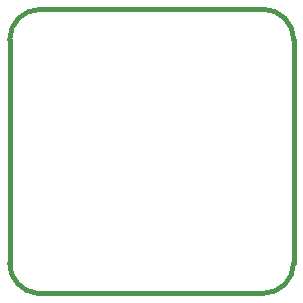
<source format=gm1>
G04*
G04 #@! TF.GenerationSoftware,Altium Limited,Altium Designer,25.8.1 (18)*
G04*
G04 Layer_Color=65280*
%FSLAX44Y44*%
%MOMM*%
G71*
G04*
G04 #@! TF.SameCoordinates,ACFAF3E9-8082-44EF-AA5D-C20FC646A692*
G04*
G04*
G04 #@! TF.FilePolarity,Positive*
G04*
G01*
G75*
%ADD30C,0.4000*%
D30*
X214600Y-254D02*
G03*
X240254Y25400I0J25654D01*
G01*
Y214600D02*
G03*
X214600Y240254I-25654J0D01*
G01*
X25400D02*
G03*
X-254Y214600I0J-25654D01*
G01*
Y25400D02*
G03*
X23052Y-146I25654J0D01*
G01*
X214600Y-254D01*
X240254Y25400D02*
Y214600D01*
X25404Y240254D02*
X214600Y240254D01*
X25400D02*
X25404Y240254D01*
X-254Y25400D02*
Y214600D01*
M02*

</source>
